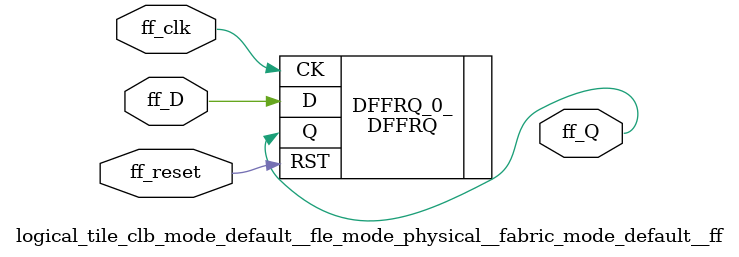
<source format=v>
/*verilator tracing_off*/
//Example
//-------------------------------------------
//	FPGA Synthesizable Verilog Netlist
//	Description: Verilog modules for primitive pb_type: ff
//	Author: Xifan TANG
//	Organization: University of Utah
//	Date: Wed Aug 14 09:11:36 2024
//-------------------------------------------
//----- Default net type -----
`default_nettype wire

// ----- Verilog module for logical_tile_clb_mode_default__fle_mode_physical__fabric_mode_default__ff -----
module logical_tile_clb_mode_default__fle_mode_physical__fabric_mode_default__ff(ff_D,
                                                                                 ff_reset,
                                                                                 ff_Q,
                                                                                 ff_clk);
//----- INPUT PORTS -----
input [0:0] ff_D;
//----- INPUT PORTS -----
input [0:0] ff_reset;
//----- OUTPUT PORTS -----
output [0:0] ff_Q;
//----- CLOCK PORTS -----
input [0:0] ff_clk;

//----- BEGIN wire-connection ports -----
wire [0:0] ff_D;
wire [0:0] ff_reset;
wire [0:0] ff_Q;
wire [0:0] ff_clk;
//----- END wire-connection ports -----


//----- BEGIN Registered ports -----
//----- END Registered ports -----



// ----- BEGIN Local short connections -----
// ----- END Local short connections -----
// ----- BEGIN Local output short connections -----
// ----- END Local output short connections -----

	DFFRQ DFFRQ_0_ (
		.D(ff_D),
		.RST(ff_reset),
		.CK(ff_clk),
		.Q(ff_Q));

endmodule
// ----- END Verilog module for logical_tile_clb_mode_default__fle_mode_physical__fabric_mode_default__ff -----

//----- Default net type -----
`default_nettype wire




</source>
